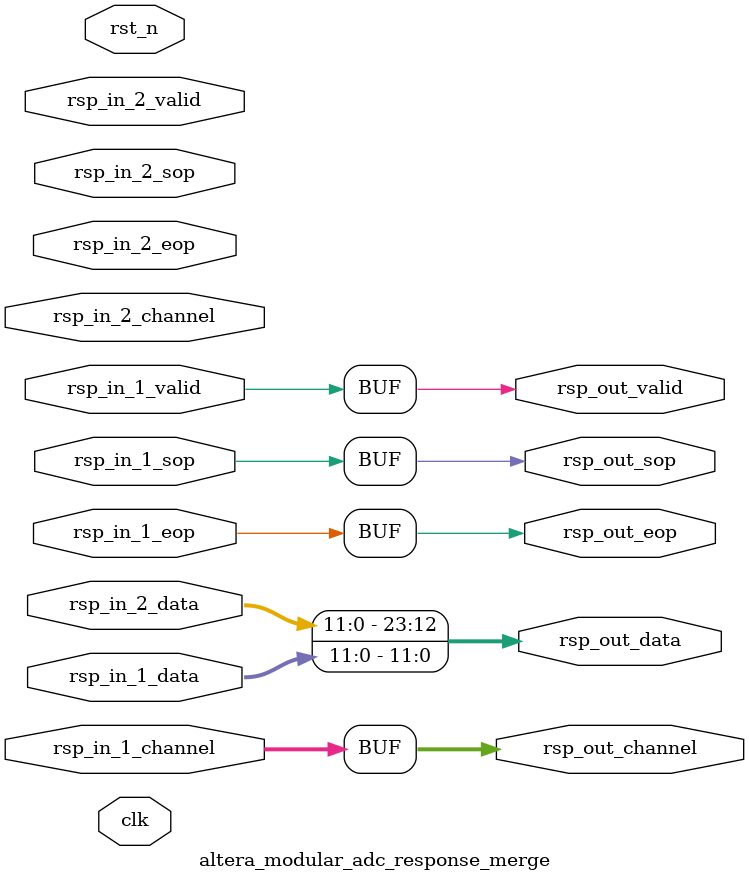
<source format=v>


`timescale 1ns / 1ps
// synthesis translate_on

module altera_modular_adc_response_merge (
    input               clk,
    input               rst_n,
    input               rsp_in_1_valid,
    input [4:0]         rsp_in_1_channel,
    input [11:0]        rsp_in_1_data,
    input               rsp_in_1_sop,
    input               rsp_in_1_eop,
    input               rsp_in_2_valid,
    input [4:0]         rsp_in_2_channel,
    input [11:0]        rsp_in_2_data,
    input               rsp_in_2_sop,
    input               rsp_in_2_eop,

    output              rsp_out_valid,
    output [4:0]        rsp_out_channel,
    output [23:0]       rsp_out_data,
    output              rsp_out_sop,
    output              rsp_out_eop
);

//--------------------------------------------------------------------------------------------------//
// rsp_in_1_valid and rsp_in_2_valid is guaranteed to be assert/de-assert at the same time (design
// requirement) of the dual adc synchronization in the control core
// Except data, other signal roles of response 1 and 2 is same
//--------------------------------------------------------------------------------------------------//
assign rsp_out_valid        = rsp_in_1_valid;
assign rsp_out_channel      = rsp_in_1_channel;
assign rsp_out_data         = {rsp_in_2_data, rsp_in_1_data};
assign rsp_out_sop          = rsp_in_1_sop;
assign rsp_out_eop          = rsp_in_1_eop;


endmodule

</source>
